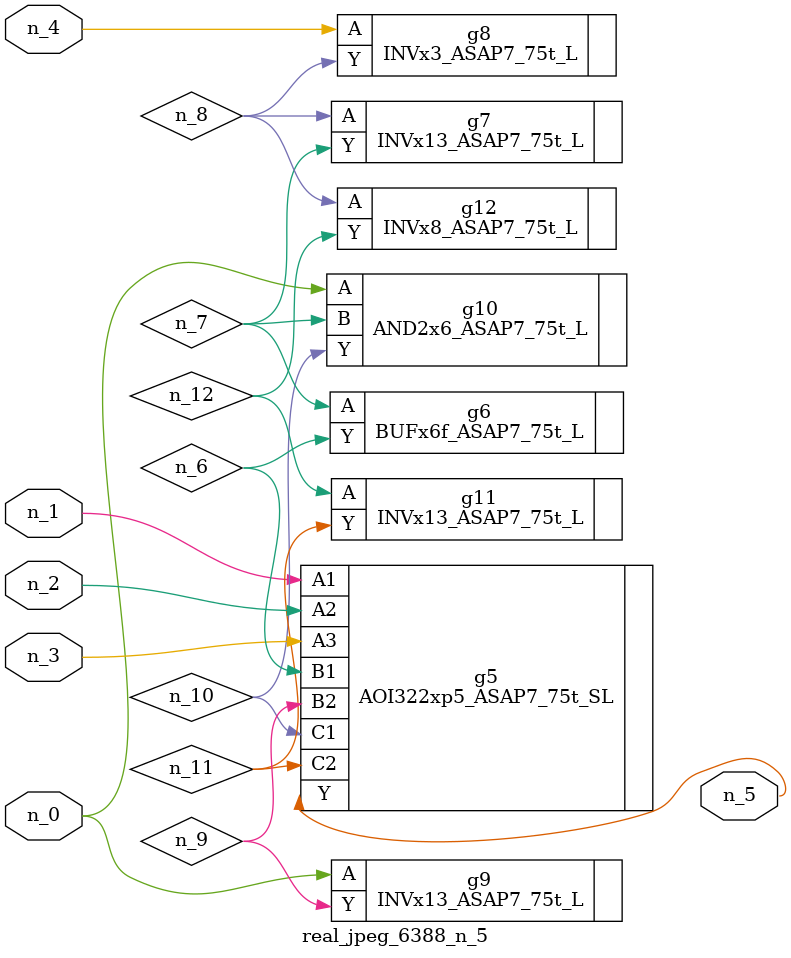
<source format=v>
module real_jpeg_6388_n_5 (n_4, n_0, n_1, n_2, n_3, n_5);

input n_4;
input n_0;
input n_1;
input n_2;
input n_3;

output n_5;

wire n_12;
wire n_8;
wire n_11;
wire n_6;
wire n_7;
wire n_10;
wire n_9;

INVx13_ASAP7_75t_L g9 ( 
.A(n_0),
.Y(n_9)
);

AND2x6_ASAP7_75t_L g10 ( 
.A(n_0),
.B(n_7),
.Y(n_10)
);

AOI322xp5_ASAP7_75t_SL g5 ( 
.A1(n_1),
.A2(n_2),
.A3(n_3),
.B1(n_6),
.B2(n_9),
.C1(n_10),
.C2(n_11),
.Y(n_5)
);

INVx3_ASAP7_75t_L g8 ( 
.A(n_4),
.Y(n_8)
);

BUFx6f_ASAP7_75t_L g6 ( 
.A(n_7),
.Y(n_6)
);

INVx13_ASAP7_75t_L g7 ( 
.A(n_8),
.Y(n_7)
);

INVx8_ASAP7_75t_L g12 ( 
.A(n_8),
.Y(n_12)
);

INVx13_ASAP7_75t_L g11 ( 
.A(n_12),
.Y(n_11)
);


endmodule
</source>
